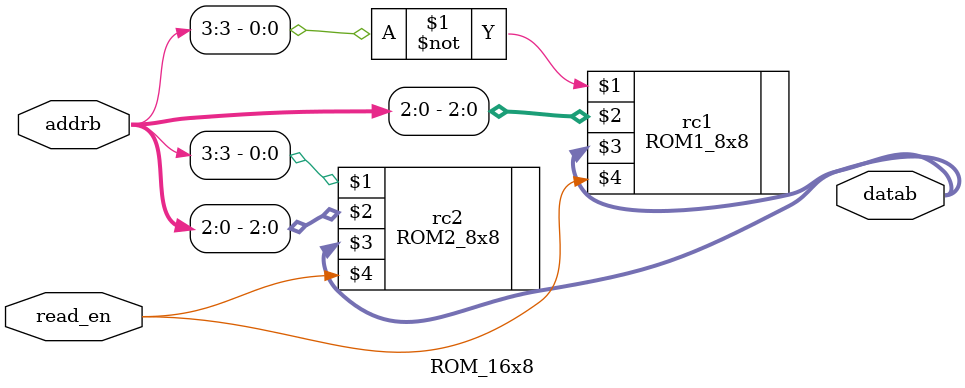
<source format=v>
module ROM_16x8 (addrb, datab, read_en);

	input [3:0] addrb;
	output [7:0] datab;
	input read_en;
	
	
	ROM1_8x8 rc1 (~addrb[3], addrb[2:0], datab, read_en);
	ROM2_8x8 rc2 (addrb[3], addrb[2:0], datab, read_en);
	
endmodule





</source>
